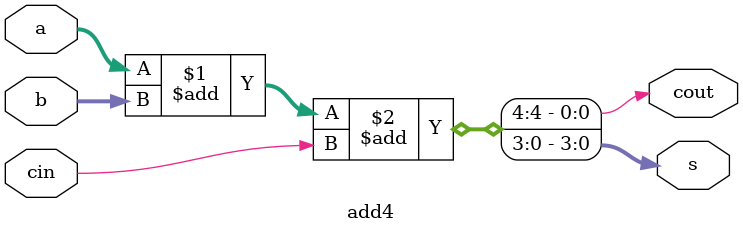
<source format=v>
module add4(
    input [3:0]  a, b,  // 4-bit input * 2
    input 	 cin,       // Carry in
    output [3:0] s,     // 4-bit output * 2
    output 	 cout       // Carry out
);

assign {cout, s} = a + b + cin;

endmodule
</source>
